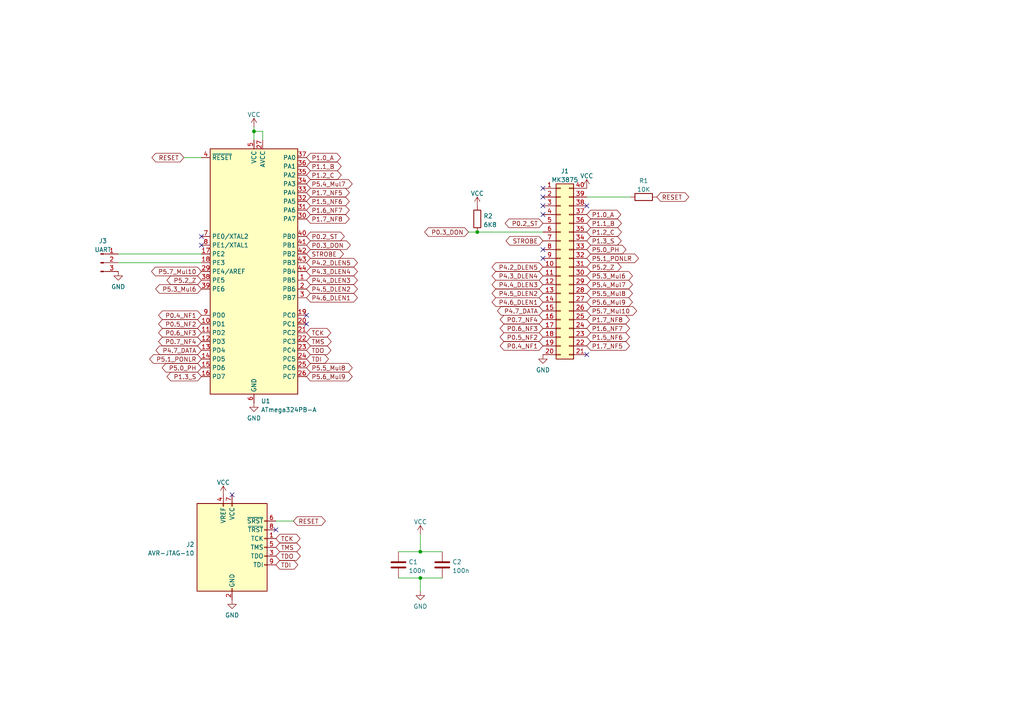
<source format=kicad_sch>
(kicad_sch (version 20230121) (generator eeschema)
  (paper "A4")
  (lib_symbols
    (symbol "Connector:AVR-JTAG-10" (pin_names (offset 1.016))
      (property "Reference" "J" (at -8.89 13.97 0))
      (property "Value" "AVR-JTAG-10" (at 1.27 13.97 0))
      (symbol "AVR-JTAG-10_0_1"
        (rectangle (start -2.667 12.7) (end -2.413 11.938))
        (rectangle (start -0.127 -11.938) (end 0.127 -12.7))
        (rectangle (start -0.127 12.7) (end 0.127 11.938))
        (rectangle (start 10.16 -4.953) (end 9.398 -5.207))
        (rectangle (start 10.16 -2.413) (end 9.398 -2.667))
        (rectangle (start 10.16 0.127) (end 9.398 -0.127))
        (rectangle (start 10.16 2.667) (end 9.398 2.413))
        (rectangle (start 10.16 5.207) (end 9.398 4.953))
        (rectangle (start 10.16 7.747) (end 9.398 7.493))
        (rectangle (start 10.16 12.7) (end -10.16 -12.7) (stroke (width 0.254)) (fill (type background)))
      )
      (symbol "AVR-JTAG-10_1_1"
        (pin passive line (at 12.7 2.54 180) (length 2.54) (name "TCK") (number "1"))
        (pin passive line (at 0 -15.24 90) (length 2.54) hide (name "GND") (number "10"))
        (pin passive line (at 0 -15.24 90) (length 2.54) (name "GND") (number "2"))
        (pin passive line (at 12.7 -2.54 180) (length 2.54) (name "TDO") (number "3"))
        (pin passive line (at -2.54 15.24 270) (length 2.54) (name "VREF") (number "4"))
        (pin passive line (at 12.7 0 180) (length 2.54) (name "TMS") (number "5"))
        (pin passive line (at 12.7 7.62 180) (length 2.54) (name "~{SRST}") (number "6"))
        (pin passive line (at 0 15.24 270) (length 2.54) (name "VCC") (number "7"))
        (pin passive line (at 12.7 5.08 180) (length 2.54) (name "~{TRST}") (number "8"))
        (pin passive line (at 12.7 -5.08 180) (length 2.54) (name "TDI") (number "9"))
      )
    )
    (symbol "Connector:Conn_01x03_Male" (pin_names (offset 1.016) hide)
      (property "Reference" "J" (at 0 5.08 0))
      (property "Value" "Conn_01x03_Male" (at 0 -5.08 0))
      (symbol "Conn_01x03_Male_1_1"
        (polyline (pts (xy 1.27 -2.54) (xy 0.8636 -2.54)) (stroke (width 0.1524)))
        (polyline (pts (xy 1.27 0) (xy 0.8636 0)) (stroke (width 0.1524)))
        (polyline (pts (xy 1.27 2.54) (xy 0.8636 2.54)) (stroke (width 0.1524)))
        (rectangle (start 0.8636 -2.413) (end 0 -2.667) (stroke (width 0.1524)) (fill (type outline)))
        (rectangle (start 0.8636 0.127) (end 0 -0.127) (stroke (width 0.1524)) (fill (type outline)))
        (rectangle (start 0.8636 2.667) (end 0 2.413) (stroke (width 0.1524)) (fill (type outline)))
        (pin passive line (at 5.08 2.54 180) (length 3.81) (name "Pin_1") (number "1"))
        (pin passive line (at 5.08 0 180) (length 3.81) (name "Pin_2") (number "2"))
        (pin passive line (at 5.08 -2.54 180) (length 3.81) (name "Pin_3") (number "3"))
      )
    )
    (symbol "Connector_Generic:Conn_02x20_Counter_Clockwise" (pin_names (offset 1.016) hide)
      (property "Reference" "J" (at 1.27 25.4 0))
      (property "Value" "Conn_02x20_Counter_Clockwise" (at 1.27 -27.94 0))
      (symbol "Conn_02x20_Counter_Clockwise_1_1"
        (rectangle (start -1.27 -25.273) (end 0 -25.527) (stroke (width 0.1524)))
        (rectangle (start -1.27 -22.733) (end 0 -22.987) (stroke (width 0.1524)))
        (rectangle (start -1.27 -20.193) (end 0 -20.447) (stroke (width 0.1524)))
        (rectangle (start -1.27 -17.653) (end 0 -17.907) (stroke (width 0.1524)))
        (rectangle (start -1.27 -15.113) (end 0 -15.367) (stroke (width 0.1524)))
        (rectangle (start -1.27 -12.573) (end 0 -12.827) (stroke (width 0.1524)))
        (rectangle (start -1.27 -10.033) (end 0 -10.287) (stroke (width 0.1524)))
        (rectangle (start -1.27 -7.493) (end 0 -7.747) (stroke (width 0.1524)))
        (rectangle (start -1.27 -4.953) (end 0 -5.207) (stroke (width 0.1524)))
        (rectangle (start -1.27 -2.413) (end 0 -2.667) (stroke (width 0.1524)))
        (rectangle (start -1.27 0.127) (end 0 -0.127) (stroke (width 0.1524)))
        (rectangle (start -1.27 2.667) (end 0 2.413) (stroke (width 0.1524)))
        (rectangle (start -1.27 5.207) (end 0 4.953) (stroke (width 0.1524)))
        (rectangle (start -1.27 7.747) (end 0 7.493) (stroke (width 0.1524)))
        (rectangle (start -1.27 10.287) (end 0 10.033) (stroke (width 0.1524)))
        (rectangle (start -1.27 12.827) (end 0 12.573) (stroke (width 0.1524)))
        (rectangle (start -1.27 15.367) (end 0 15.113) (stroke (width 0.1524)))
        (rectangle (start -1.27 17.907) (end 0 17.653) (stroke (width 0.1524)))
        (rectangle (start -1.27 20.447) (end 0 20.193) (stroke (width 0.1524)))
        (rectangle (start -1.27 22.987) (end 0 22.733) (stroke (width 0.1524)))
        (rectangle (start -1.27 24.13) (end 3.81 -26.67) (stroke (width 0.254)) (fill (type background)))
        (rectangle (start 3.81 -25.273) (end 2.54 -25.527) (stroke (width 0.1524)))
        (rectangle (start 3.81 -22.733) (end 2.54 -22.987) (stroke (width 0.1524)))
        (rectangle (start 3.81 -20.193) (end 2.54 -20.447) (stroke (width 0.1524)))
        (rectangle (start 3.81 -17.653) (end 2.54 -17.907) (stroke (width 0.1524)))
        (rectangle (start 3.81 -15.113) (end 2.54 -15.367) (stroke (width 0.1524)))
        (rectangle (start 3.81 -12.573) (end 2.54 -12.827) (stroke (width 0.1524)))
        (rectangle (start 3.81 -10.033) (end 2.54 -10.287) (stroke (width 0.1524)))
        (rectangle (start 3.81 -7.493) (end 2.54 -7.747) (stroke (width 0.1524)))
        (rectangle (start 3.81 -4.953) (end 2.54 -5.207) (stroke (width 0.1524)))
        (rectangle (start 3.81 -2.413) (end 2.54 -2.667) (stroke (width 0.1524)))
        (rectangle (start 3.81 0.127) (end 2.54 -0.127) (stroke (width 0.1524)))
        (rectangle (start 3.81 2.667) (end 2.54 2.413) (stroke (width 0.1524)))
        (rectangle (start 3.81 5.207) (end 2.54 4.953) (stroke (width 0.1524)))
        (rectangle (start 3.81 7.747) (end 2.54 7.493) (stroke (width 0.1524)))
        (rectangle (start 3.81 10.287) (end 2.54 10.033) (stroke (width 0.1524)))
        (rectangle (start 3.81 12.827) (end 2.54 12.573) (stroke (width 0.1524)))
        (rectangle (start 3.81 15.367) (end 2.54 15.113) (stroke (width 0.1524)))
        (rectangle (start 3.81 17.907) (end 2.54 17.653) (stroke (width 0.1524)))
        (rectangle (start 3.81 20.447) (end 2.54 20.193) (stroke (width 0.1524)))
        (rectangle (start 3.81 22.987) (end 2.54 22.733) (stroke (width 0.1524)))
        (pin passive line (at -5.08 22.86 0) (length 3.81) (name "Pin_1") (number "1"))
        (pin passive line (at -5.08 0 0) (length 3.81) (name "Pin_10") (number "10"))
        (pin passive line (at -5.08 -2.54 0) (length 3.81) (name "Pin_11") (number "11"))
        (pin passive line (at -5.08 -5.08 0) (length 3.81) (name "Pin_12") (number "12"))
        (pin passive line (at -5.08 -7.62 0) (length 3.81) (name "Pin_13") (number "13"))
        (pin passive line (at -5.08 -10.16 0) (length 3.81) (name "Pin_14") (number "14"))
        (pin passive line (at -5.08 -12.7 0) (length 3.81) (name "Pin_15") (number "15"))
        (pin passive line (at -5.08 -15.24 0) (length 3.81) (name "Pin_16") (number "16"))
        (pin passive line (at -5.08 -17.78 0) (length 3.81) (name "Pin_17") (number "17"))
        (pin passive line (at -5.08 -20.32 0) (length 3.81) (name "Pin_18") (number "18"))
        (pin passive line (at -5.08 -22.86 0) (length 3.81) (name "Pin_19") (number "19"))
        (pin passive line (at -5.08 20.32 0) (length 3.81) (name "Pin_2") (number "2"))
        (pin passive line (at -5.08 -25.4 0) (length 3.81) (name "Pin_20") (number "20"))
        (pin passive line (at 7.62 -25.4 180) (length 3.81) (name "Pin_21") (number "21"))
        (pin passive line (at 7.62 -22.86 180) (length 3.81) (name "Pin_22") (number "22"))
        (pin passive line (at 7.62 -20.32 180) (length 3.81) (name "Pin_23") (number "23"))
        (pin passive line (at 7.62 -17.78 180) (length 3.81) (name "Pin_24") (number "24"))
        (pin passive line (at 7.62 -15.24 180) (length 3.81) (name "Pin_25") (number "25"))
        (pin passive line (at 7.62 -12.7 180) (length 3.81) (name "Pin_26") (number "26"))
        (pin passive line (at 7.62 -10.16 180) (length 3.81) (name "Pin_27") (number "27"))
        (pin passive line (at 7.62 -7.62 180) (length 3.81) (name "Pin_28") (number "28"))
        (pin passive line (at 7.62 -5.08 180) (length 3.81) (name "Pin_29") (number "29"))
        (pin passive line (at -5.08 17.78 0) (length 3.81) (name "Pin_3") (number "3"))
        (pin passive line (at 7.62 -2.54 180) (length 3.81) (name "Pin_30") (number "30"))
        (pin passive line (at 7.62 0 180) (length 3.81) (name "Pin_31") (number "31"))
        (pin passive line (at 7.62 2.54 180) (length 3.81) (name "Pin_32") (number "32"))
        (pin passive line (at 7.62 5.08 180) (length 3.81) (name "Pin_33") (number "33"))
        (pin passive line (at 7.62 7.62 180) (length 3.81) (name "Pin_34") (number "34"))
        (pin passive line (at 7.62 10.16 180) (length 3.81) (name "Pin_35") (number "35"))
        (pin passive line (at 7.62 12.7 180) (length 3.81) (name "Pin_36") (number "36"))
        (pin passive line (at 7.62 15.24 180) (length 3.81) (name "Pin_37") (number "37"))
        (pin passive line (at 7.62 17.78 180) (length 3.81) (name "Pin_38") (number "38"))
        (pin passive line (at 7.62 20.32 180) (length 3.81) (name "Pin_39") (number "39"))
        (pin passive line (at -5.08 15.24 0) (length 3.81) (name "Pin_4") (number "4"))
        (pin passive line (at 7.62 22.86 180) (length 3.81) (name "Pin_40") (number "40"))
        (pin passive line (at -5.08 12.7 0) (length 3.81) (name "Pin_5") (number "5"))
        (pin passive line (at -5.08 10.16 0) (length 3.81) (name "Pin_6") (number "6"))
        (pin passive line (at -5.08 7.62 0) (length 3.81) (name "Pin_7") (number "7"))
        (pin passive line (at -5.08 5.08 0) (length 3.81) (name "Pin_8") (number "8"))
        (pin passive line (at -5.08 2.54 0) (length 3.81) (name "Pin_9") (number "9"))
      )
    )
    (symbol "Device:C" (pin_numbers hide) (pin_names (offset 0.254))
      (property "Reference" "C" (at 0.635 2.54 0))
      (property "Value" "C" (at 0.635 -2.54 0))
      (symbol "C_0_1"
        (polyline (pts (xy -2.032 -0.762) (xy 2.032 -0.762)) (stroke (width 0.508)))
        (polyline (pts (xy -2.032 0.762) (xy 2.032 0.762)) (stroke (width 0.508)))
      )
      (symbol "C_1_1"
        (pin passive line (at 0 3.81 270) (length 2.794) (name "~") (number "1"))
        (pin passive line (at 0 -3.81 90) (length 2.794) (name "~") (number "2"))
      )
    )
    (symbol "Device:R" (pin_numbers hide) (pin_names (offset 0))
      (property "Reference" "R" (at 2.032 0 90))
      (property "Value" "R" (at 0 0 90))
      (symbol "R_0_1"
        (rectangle (start -1.016 -2.54) (end 1.016 2.54) (stroke (width 0.254)))
      )
      (symbol "R_1_1"
        (pin passive line (at 0 3.81 270) (length 1.27) (name "~") (number "1"))
        (pin passive line (at 0 -3.81 90) (length 1.27) (name "~") (number "2"))
      )
    )
    (symbol "MCU_Microchip_ATmega:ATmega324PB-A"
      (property "Reference" "U" (at -12.7 36.83 0))
      (property "Value" "ATmega324PB-A" (at 2.54 -36.83 0))
      (symbol "ATmega324PB-A_0_1"
        (rectangle (start -12.7 -35.56) (end 12.7 35.56) (stroke (width 0.254)) (fill (type background)))
      )
      (symbol "ATmega324PB-A_1_1"
        (pin bidirectional line (at 15.24 -2.54 180) (length 2.54) (name "PB5") (number "1"))
        (pin bidirectional line (at -15.24 -15.24 0) (length 2.54) (name "PD1") (number "10"))
        (pin bidirectional line (at -15.24 -17.78 0) (length 2.54) (name "PD2") (number "11"))
        (pin bidirectional line (at -15.24 -20.32 0) (length 2.54) (name "PD3") (number "12"))
        (pin bidirectional line (at -15.24 -22.86 0) (length 2.54) (name "PD4") (number "13"))
        (pin bidirectional line (at -15.24 -25.4 0) (length 2.54) (name "PD5") (number "14"))
        (pin bidirectional line (at -15.24 -27.94 0) (length 2.54) (name "PD6") (number "15"))
        (pin bidirectional line (at -15.24 -30.48 0) (length 2.54) (name "PD7") (number "16"))
        (pin bidirectional line (at -15.24 5.08 0) (length 2.54) (name "PE2") (number "17"))
        (pin bidirectional line (at -15.24 2.54 0) (length 2.54) (name "PE3") (number "18"))
        (pin bidirectional line (at 15.24 -12.7 180) (length 2.54) (name "PC0") (number "19"))
        (pin bidirectional line (at 15.24 -5.08 180) (length 2.54) (name "PB6") (number "2"))
        (pin bidirectional line (at 15.24 -15.24 180) (length 2.54) (name "PC1") (number "20"))
        (pin bidirectional line (at 15.24 -17.78 180) (length 2.54) (name "PC2") (number "21"))
        (pin bidirectional line (at 15.24 -20.32 180) (length 2.54) (name "PC3") (number "22"))
        (pin bidirectional line (at 15.24 -22.86 180) (length 2.54) (name "PC4") (number "23"))
        (pin bidirectional line (at 15.24 -25.4 180) (length 2.54) (name "PC5") (number "24"))
        (pin bidirectional line (at 15.24 -27.94 180) (length 2.54) (name "PC6") (number "25"))
        (pin bidirectional line (at 15.24 -30.48 180) (length 2.54) (name "PC7") (number "26"))
        (pin power_in line (at 2.54 38.1 270) (length 2.54) (name "AVCC") (number "27"))
        (pin passive line (at 0 -38.1 90) (length 2.54) hide (name "GND") (number "28"))
        (pin bidirectional line (at -15.24 0 0) (length 2.54) (name "PE4/AREF") (number "29"))
        (pin bidirectional line (at 15.24 -7.62 180) (length 2.54) (name "PB7") (number "3"))
        (pin bidirectional line (at 15.24 15.24 180) (length 2.54) (name "PA7") (number "30"))
        (pin bidirectional line (at 15.24 17.78 180) (length 2.54) (name "PA6") (number "31"))
        (pin bidirectional line (at 15.24 20.32 180) (length 2.54) (name "PA5") (number "32"))
        (pin bidirectional line (at 15.24 22.86 180) (length 2.54) (name "PA4") (number "33"))
        (pin bidirectional line (at 15.24 25.4 180) (length 2.54) (name "PA3") (number "34"))
        (pin bidirectional line (at 15.24 27.94 180) (length 2.54) (name "PA2") (number "35"))
        (pin bidirectional line (at 15.24 30.48 180) (length 2.54) (name "PA1") (number "36"))
        (pin bidirectional line (at 15.24 33.02 180) (length 2.54) (name "PA0") (number "37"))
        (pin bidirectional line (at -15.24 -2.54 0) (length 2.54) (name "PE5") (number "38"))
        (pin bidirectional line (at -15.24 -5.08 0) (length 2.54) (name "PE6") (number "39"))
        (pin input line (at -15.24 33.02 0) (length 2.54) (name "~{RESET}") (number "4"))
        (pin bidirectional line (at 15.24 10.16 180) (length 2.54) (name "PB0") (number "40"))
        (pin bidirectional line (at 15.24 7.62 180) (length 2.54) (name "PB1") (number "41"))
        (pin bidirectional line (at 15.24 5.08 180) (length 2.54) (name "PB2") (number "42"))
        (pin bidirectional line (at 15.24 2.54 180) (length 2.54) (name "PB3") (number "43"))
        (pin bidirectional line (at 15.24 0 180) (length 2.54) (name "PB4") (number "44"))
        (pin power_in line (at 0 38.1 270) (length 2.54) (name "VCC") (number "5"))
        (pin power_in line (at 0 -38.1 90) (length 2.54) (name "GND") (number "6"))
        (pin bidirectional line (at -15.24 10.16 0) (length 2.54) (name "PE0/XTAL2") (number "7"))
        (pin bidirectional line (at -15.24 7.62 0) (length 2.54) (name "PE1/XTAL1") (number "8"))
        (pin bidirectional line (at -15.24 -12.7 0) (length 2.54) (name "PD0") (number "9"))
      )
    )
    (symbol "power:GND" (power) (pin_names (offset 0))
      (property "Value" "GND" (at 0 -3.81 0))
      (symbol "GND_0_1"
        (polyline (pts (xy 0 0) (xy 0 -1.27) (xy 1.27 -1.27) (xy 0 -2.54) (xy -1.27 -1.27) (xy 0 -1.27)))
      )
      (symbol "GND_1_1"
        (pin power_in line (at 0 0 270) (length 0) hide (name "GND") (number "1"))
      )
    )
    (symbol "power:VCC" (power) (pin_names (offset 0))
      (property "Value" "VCC" (at 0 3.81 0))
      (symbol "VCC_0_1"
        (polyline (pts (xy -0.762 1.27) (xy 0 2.54)))
        (polyline (pts (xy 0 0) (xy 0 2.54)))
        (polyline (pts (xy 0 2.54) (xy 0.762 1.27)))
      )
      (symbol "VCC_1_1"
        (pin power_in line (at 0 0 90) (length 0) hide (name "VCC") (number "1"))
      )
    )
  )
  (junction (at 138.43 67.31))
  (junction (at 121.92 167.64))
  (junction (at 121.92 160.02))
  (junction (at 73.66 38.1))
  (no_connect (at 157.48 54.61))
  (no_connect (at 157.48 57.15))
  (no_connect (at 157.48 59.69))
  (no_connect (at 157.48 62.23))
  (no_connect (at 67.31 143.51))
  (no_connect (at 80.01 153.67))
  (no_connect (at 170.18 102.87))
  (no_connect (at 58.42 68.58))
  (no_connect (at 58.42 71.12))
  (no_connect (at 88.9 91.44))
  (no_connect (at 88.9 93.98))
  (no_connect (at 170.18 59.69))
  (no_connect (at 157.48 72.39))
  (no_connect (at 157.48 74.93))
  (wire (pts (xy 121.92 160.02) (xy 128.27 160.02)))
  (wire (pts (xy 53.34 45.72) (xy 58.42 45.72)))
  (wire (pts (xy 121.92 167.64) (xy 121.92 171.45)))
  (wire (pts (xy 115.57 167.64) (xy 121.92 167.64)))
  (wire (pts (xy 76.2 40.64) (xy 76.2 38.1)))
  (wire (pts (xy 121.92 167.64) (xy 128.27 167.64)))
  (wire (pts (xy 121.92 154.94) (xy 121.92 160.02)))
  (wire (pts (xy 76.2 38.1) (xy 73.66 38.1)))
  (wire (pts (xy 34.29 76.2) (xy 58.42 76.2)))
  (wire (pts (xy 34.29 73.66) (xy 58.42 73.66)))
  (wire (pts (xy 73.66 38.1) (xy 73.66 40.64)))
  (wire (pts (xy 73.66 36.83) (xy 73.66 38.1)))
  (wire (pts (xy 138.43 67.31) (xy 157.48 67.31)))
  (wire (pts (xy 115.57 160.02) (xy 121.92 160.02)))
  (wire (pts (xy 80.01 151.13) (xy 85.09 151.13)))
  (wire (pts (xy 170.18 57.15) (xy 182.88 57.15)))
  (wire (pts (xy 135.89 67.31) (xy 138.43 67.31)))
  (global_label "P5.6_Mul9" (shape bidirectional) (at 170.18 87.63 0) (property "Intersheetrefs" "${INTERSHEET_REFS}" (effects hide)))
  (global_label "P1.0_A" (shape bidirectional) (at 170.18 62.23 0) (property "Intersheetrefs" "${INTERSHEET_REFS}" (effects hide)))
  (global_label "TCK" (shape bidirectional) (at 80.01 156.21 0) (property "Intersheetrefs" "${INTERSHEET_REFS}" (effects hide)))
  (global_label "P5.3_Mul6" (shape bidirectional) (at 58.42 83.82 180) (property "Intersheetrefs" "${INTERSHEET_REFS}" (effects hide)))
  (global_label "P1.5_NF6" (shape bidirectional) (at 170.18 97.79 0) (property "Intersheetrefs" "${INTERSHEET_REFS}" (effects hide)))
  (global_label "P0.7_NF4" (shape bidirectional) (at 58.42 99.06 180) (property "Intersheetrefs" "${INTERSHEET_REFS}" (effects hide)))
  (global_label "P5.3_Mul6" (shape bidirectional) (at 170.18 80.01 0) (property "Intersheetrefs" "${INTERSHEET_REFS}" (effects hide)))
  (global_label "P0.4_NF1" (shape bidirectional) (at 157.48 100.33 180) (property "Intersheetrefs" "${INTERSHEET_REFS}" (effects hide)))
  (global_label "P5.0_PH" (shape bidirectional) (at 170.18 72.39 0) (property "Intersheetrefs" "${INTERSHEET_REFS}" (effects hide)))
  (global_label "P1.7_NF8" (shape bidirectional) (at 170.18 92.71 0) (property "Intersheetrefs" "${INTERSHEET_REFS}" (effects hide)))
  (global_label "P4.2_DLEN5" (shape bidirectional) (at 157.48 77.47 180) (property "Intersheetrefs" "${INTERSHEET_REFS}" (effects hide)))
  (global_label "TMS" (shape bidirectional) (at 88.9 99.06 0) (property "Intersheetrefs" "${INTERSHEET_REFS}" (effects hide)))
  (global_label "TDO" (shape bidirectional) (at 88.9 101.6 0) (property "Intersheetrefs" "${INTERSHEET_REFS}" (effects hide)))
  (global_label "P5.5_Mul8" (shape bidirectional) (at 88.9 106.68 0) (property "Intersheetrefs" "${INTERSHEET_REFS}" (effects hide)))
  (global_label "P0.4_NF1" (shape bidirectional) (at 58.42 91.44 180) (property "Intersheetrefs" "${INTERSHEET_REFS}" (effects hide)))
  (global_label "P1.2_C" (shape bidirectional) (at 170.18 67.31 0) (property "Intersheetrefs" "${INTERSHEET_REFS}" (effects hide)))
  (global_label "P0.2_ST" (shape bidirectional) (at 88.9 68.58 0) (property "Intersheetrefs" "${INTERSHEET_REFS}" (effects hide)))
  (global_label "RESET" (shape bidirectional) (at 190.5 57.15 0) (property "Intersheetrefs" "${INTERSHEET_REFS}" (effects hide)))
  (global_label "P5.1_PONLR" (shape bidirectional) (at 170.18 74.93 0) (property "Intersheetrefs" "${INTERSHEET_REFS}" (effects hide)))
  (global_label "P1.6_NF7" (shape bidirectional) (at 170.18 95.25 0) (property "Intersheetrefs" "${INTERSHEET_REFS}" (effects hide)))
  (global_label "P0.5_NF2" (shape bidirectional) (at 157.48 97.79 180) (property "Intersheetrefs" "${INTERSHEET_REFS}" (effects hide)))
  (global_label "TCK" (shape bidirectional) (at 88.9 96.52 0) (property "Intersheetrefs" "${INTERSHEET_REFS}" (effects hide)))
  (global_label "P5.0_PH" (shape bidirectional) (at 58.42 106.68 180) (property "Intersheetrefs" "${INTERSHEET_REFS}" (effects hide)))
  (global_label "P1.7_NF5" (shape bidirectional) (at 88.9 55.88 0) (property "Intersheetrefs" "${INTERSHEET_REFS}" (effects hide)))
  (global_label "P1.0_A" (shape bidirectional) (at 88.9 45.72 0) (property "Intersheetrefs" "${INTERSHEET_REFS}" (effects hide)))
  (global_label "P1.2_C" (shape bidirectional) (at 88.9 50.8 0) (property "Intersheetrefs" "${INTERSHEET_REFS}" (effects hide)))
  (global_label "P1.1_B" (shape bidirectional) (at 88.9 48.26 0) (property "Intersheetrefs" "${INTERSHEET_REFS}" (effects hide)))
  (global_label "P4.3_DLEN4" (shape bidirectional) (at 88.9 78.74 0) (property "Intersheetrefs" "${INTERSHEET_REFS}" (effects hide)))
  (global_label "P5.2_Z" (shape bidirectional) (at 170.18 77.47 0) (property "Intersheetrefs" "${INTERSHEET_REFS}" (effects hide)))
  (global_label "P4.3_DLEN4" (shape bidirectional) (at 157.48 80.01 180) (property "Intersheetrefs" "${INTERSHEET_REFS}" (effects hide)))
  (global_label "P5.6_Mul9" (shape bidirectional) (at 88.9 109.22 0) (property "Intersheetrefs" "${INTERSHEET_REFS}" (effects hide)))
  (global_label "P0.2_ST" (shape bidirectional) (at 157.48 64.77 180) (property "Intersheetrefs" "${INTERSHEET_REFS}" (effects hide)))
  (global_label "P4.4_DLEN3" (shape bidirectional) (at 88.9 81.28 0) (property "Intersheetrefs" "${INTERSHEET_REFS}" (effects hide)))
  (global_label "P5.7_Mul10" (shape bidirectional) (at 58.42 78.74 180) (property "Intersheetrefs" "${INTERSHEET_REFS}" (effects hide)))
  (global_label "P5.4_Mul7" (shape bidirectional) (at 170.18 82.55 0) (property "Intersheetrefs" "${INTERSHEET_REFS}" (effects hide)))
  (global_label "P1.3_S" (shape bidirectional) (at 170.18 69.85 0) (property "Intersheetrefs" "${INTERSHEET_REFS}" (effects hide)))
  (global_label "P4.5_DLEN2" (shape bidirectional) (at 157.48 85.09 180) (property "Intersheetrefs" "${INTERSHEET_REFS}" (effects hide)))
  (global_label "TDO" (shape bidirectional) (at 80.01 161.29 0) (property "Intersheetrefs" "${INTERSHEET_REFS}" (effects hide)))
  (global_label "P5.2_Z" (shape bidirectional) (at 58.42 81.28 180) (property "Intersheetrefs" "${INTERSHEET_REFS}" (effects hide)))
  (global_label "P1.6_NF7" (shape bidirectional) (at 88.9 60.96 0) (property "Intersheetrefs" "${INTERSHEET_REFS}" (effects hide)))
  (global_label "TDI" (shape bidirectional) (at 88.9 104.14 0) (property "Intersheetrefs" "${INTERSHEET_REFS}" (effects hide)))
  (global_label "P1.5_NF6" (shape bidirectional) (at 88.9 58.42 0) (property "Intersheetrefs" "${INTERSHEET_REFS}" (effects hide)))
  (global_label "P4.4_DLEN3" (shape bidirectional) (at 157.48 82.55 180) (property "Intersheetrefs" "${INTERSHEET_REFS}" (effects hide)))
  (global_label "P5.5_Mul8" (shape bidirectional) (at 170.18 85.09 0) (property "Intersheetrefs" "${INTERSHEET_REFS}" (effects hide)))
  (global_label "P0.7_NF4" (shape bidirectional) (at 157.48 92.71 180) (property "Intersheetrefs" "${INTERSHEET_REFS}" (effects hide)))
  (global_label "P4.2_DLEN5" (shape bidirectional) (at 88.9 76.2 0) (property "Intersheetrefs" "${INTERSHEET_REFS}" (effects hide)))
  (global_label "P4.6_DLEN1" (shape bidirectional) (at 157.48 87.63 180) (property "Intersheetrefs" "${INTERSHEET_REFS}" (effects hide)))
  (global_label "TMS" (shape bidirectional) (at 80.01 158.75 0) (property "Intersheetrefs" "${INTERSHEET_REFS}" (effects hide)))
  (global_label "P1.7_NF5" (shape bidirectional) (at 170.18 100.33 0) (property "Intersheetrefs" "${INTERSHEET_REFS}" (effects hide)))
  (global_label "STROBE" (shape bidirectional) (at 157.48 69.85 180) (property "Intersheetrefs" "${INTERSHEET_REFS}" (effects hide)))
  (global_label "P5.1_PONLR" (shape bidirectional) (at 58.42 104.14 180) (property "Intersheetrefs" "${INTERSHEET_REFS}" (effects hide)))
  (global_label "P0.6_NF3" (shape bidirectional) (at 58.42 96.52 180) (property "Intersheetrefs" "${INTERSHEET_REFS}" (effects hide)))
  (global_label "STROBE" (shape bidirectional) (at 88.9 73.66 0) (property "Intersheetrefs" "${INTERSHEET_REFS}" (effects hide)))
  (global_label "TDI" (shape bidirectional) (at 80.01 163.83 0) (property "Intersheetrefs" "${INTERSHEET_REFS}" (effects hide)))
  (global_label "RESET" (shape bidirectional) (at 85.09 151.13 0) (property "Intersheetrefs" "${INTERSHEET_REFS}" (effects hide)))
  (global_label "P4.7_DATA" (shape bidirectional) (at 58.42 101.6 180) (property "Intersheetrefs" "${INTERSHEET_REFS}" (effects hide)))
  (global_label "P0.3_DON" (shape bidirectional) (at 88.9 71.12 0) (property "Intersheetrefs" "${INTERSHEET_REFS}" (effects hide)))
  (global_label "P0.3_DON" (shape bidirectional) (at 135.89 67.31 180) (property "Intersheetrefs" "${INTERSHEET_REFS}" (effects hide)))
  (global_label "P5.4_Mul7" (shape bidirectional) (at 88.9 53.34 0) (property "Intersheetrefs" "${INTERSHEET_REFS}" (effects hide)))
  (global_label "P1.1_B" (shape bidirectional) (at 170.18 64.77 0) (property "Intersheetrefs" "${INTERSHEET_REFS}" (effects hide)))
  (global_label "RESET" (shape bidirectional) (at 53.34 45.72 180) (property "Intersheetrefs" "${INTERSHEET_REFS}" (effects hide)))
  (global_label "P0.5_NF2" (shape bidirectional) (at 58.42 93.98 180) (property "Intersheetrefs" "${INTERSHEET_REFS}" (effects hide)))
  (global_label "P1.7_NF8" (shape bidirectional) (at 88.9 63.5 0) (property "Intersheetrefs" "${INTERSHEET_REFS}" (effects hide)))
  (global_label "P4.6_DLEN1" (shape bidirectional) (at 88.9 86.36 0) (property "Intersheetrefs" "${INTERSHEET_REFS}" (effects hide)))
  (global_label "P4.5_DLEN2" (shape bidirectional) (at 88.9 83.82 0) (property "Intersheetrefs" "${INTERSHEET_REFS}" (effects hide)))
  (global_label "P1.3_S" (shape bidirectional) (at 58.42 109.22 180) (property "Intersheetrefs" "${INTERSHEET_REFS}" (effects hide)))
  (global_label "P5.7_Mul10" (shape bidirectional) (at 170.18 90.17 0) (property "Intersheetrefs" "${INTERSHEET_REFS}" (effects hide)))
  (global_label "P0.6_NF3" (shape bidirectional) (at 157.48 95.25 180) (property "Intersheetrefs" "${INTERSHEET_REFS}" (effects hide)))
  (global_label "P4.7_DATA" (shape bidirectional) (at 157.48 90.17 180) (property "Intersheetrefs" "${INTERSHEET_REFS}" (effects hide)))
  (symbol (lib_id "MCU_Microchip_ATmega:ATmega324PB-A") (at 73.66 78.74 0) (unit 1)
    (property "Reference" "U1" (at 75.6794 116.3304 0) (effects (justify left)))
    (property "Value" "ATmega324PB-A" (at 75.6794 118.8673 0) (effects (justify left)))
    (property "Footprint" "Package_QFP:TQFP-44_10x10mm_P0.8mm" (effects hide))
    (property "Datasheet" "http://ww1.microchip.com/downloads/en/DeviceDoc/40001908A.pdf" (effects hide))
  )
  (symbol (lib_id "power:VCC") (at 121.92 154.94 0) (unit 1)
    (property "Reference" "#PWR0109" (effects hide))
    (property "Value" "VCC" (at 121.92 151.3642 0))
  )
  (symbol (lib_id "Connector:Conn_01x03_Male") (at 29.21 76.2 0) (unit 1)
    (property "Reference" "J3" (at 29.845 69.884 0))
    (property "Value" "UART" (at 29.845 72.4209 0))
    (property "Footprint" "Connector_PinHeader_2.54mm:PinHeader_1x03_P2.54mm_Vertical" (effects hide))
  )
  (symbol (lib_id "power:GND") (at 67.31 173.99 0) (unit 1)
    (property "Reference" "#PWR0101" (effects hide))
    (property "Value" "GND" (at 67.31 178.4334 0))
  )
  (symbol (lib_id "power:GND") (at 157.48 102.87 0) (unit 1)
    (property "Reference" "#PWR0103" (effects hide))
    (property "Value" "GND" (at 157.48 107.3134 0))
  )
  (symbol (lib_id "power:VCC") (at 170.18 54.61 0) (unit 1)
    (property "Reference" "#PWR0104" (effects hide))
    (property "Value" "VCC" (at 170.18 51.0342 0))
  )
  (symbol (lib_id "power:VCC") (at 73.66 36.83 0) (unit 1)
    (property "Reference" "#PWR0106" (effects hide))
    (property "Value" "VCC" (at 73.66 33.2542 0))
  )
  (symbol (lib_id "Device:R") (at 186.69 57.15 90) (unit 1)
    (property "Reference" "R1" (at 186.69 52.4342 90))
    (property "Value" "10K" (at 186.69 54.9711 90))
    (property "Footprint" "Resistor_SMD:R_0805_2012Metric_Pad1.20x1.40mm_HandSolder" (effects hide))
  )
  (symbol (lib_id "power:VCC") (at 138.43 59.69 0) (unit 1)
    (property "Reference" "#PWR0107" (effects hide))
    (property "Value" "VCC" (at 138.43 56.1142 0))
  )
  (symbol (lib_id "power:GND") (at 73.66 116.84 0) (unit 1)
    (property "Reference" "#PWR0102" (effects hide))
    (property "Value" "GND" (at 73.66 121.2834 0))
  )
  (symbol (lib_id "Device:C") (at 115.57 163.83 0) (unit 1)
    (property "Reference" "C1" (at 118.491 162.9953 0) (effects (justify left)))
    (property "Value" "100n" (at 118.491 165.5322 0) (effects (justify left)))
    (property "Footprint" "Resistor_SMD:R_0805_2012Metric_Pad1.20x1.40mm_HandSolder" (effects hide))
  )
  (symbol (lib_id "power:GND") (at 121.92 171.45 0) (unit 1)
    (property "Reference" "#PWR0108" (effects hide))
    (property "Value" "GND" (at 121.92 175.8934 0))
  )
  (symbol (lib_id "power:GND") (at 34.29 78.74 0) (unit 1)
    (property "Reference" "#PWR0110" (effects hide))
    (property "Value" "GND" (at 34.29 83.1834 0))
  )
  (symbol (lib_id "Device:R") (at 138.43 63.5 180) (unit 1)
    (property "Reference" "R2" (at 140.208 62.6653 0) (effects (justify right)))
    (property "Value" "6K8" (at 140.208 65.2022 0) (effects (justify right)))
    (property "Footprint" "Resistor_SMD:R_0805_2012Metric_Pad1.20x1.40mm_HandSolder" (effects hide))
  )
  (symbol (lib_id "Connector_Generic:Conn_02x20_Counter_Clockwise") (at 162.56 77.47 0) (unit 1)
    (property "Reference" "J1" (at 163.83 49.6402 0))
    (property "Value" "MK3875" (at 163.83 52.1771 0))
    (property "Footprint" "Package_DIP:DIP-40_W15.24mm_Socket" (effects hide))
    (property "Datasheet" "BKL 10120536" (effects hide))
  )
  (symbol (lib_id "power:VCC") (at 64.77 143.51 0) (unit 1)
    (property "Reference" "#PWR0105" (effects hide))
    (property "Value" "VCC" (at 64.77 139.9342 0))
  )
  (symbol (lib_id "Device:C") (at 128.27 163.83 0) (unit 1)
    (property "Reference" "C2" (at 131.191 162.9953 0) (effects (justify left)))
    (property "Value" "100n" (at 131.191 165.5322 0) (effects (justify left)))
    (property "Footprint" "Resistor_SMD:R_0805_2012Metric_Pad1.20x1.40mm_HandSolder" (effects hide))
  )
  (symbol (lib_id "Connector:AVR-JTAG-10") (at 67.31 158.75 0) (unit 1)
    (property "Reference" "J2" (at 56.388 157.9153 0) (effects (justify right)))
    (property "Value" "AVR-JTAG-10" (at 56.388 160.4522 0) (effects (justify right)))
    (property "Footprint" "Connector_PinHeader_2.54mm:PinHeader_2x05_P2.54mm_Vertical" (effects hide))
    (property "Datasheet" " ~" (effects hide))
  )
)
</source>
